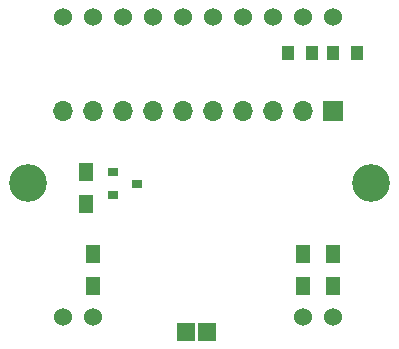
<source format=gbr>
G04 #@! TF.FileFunction,Soldermask,Top*
%FSLAX46Y46*%
G04 Gerber Fmt 4.6, Leading zero omitted, Abs format (unit mm)*
G04 Created by KiCad (PCBNEW 4.0.7) date 01/27/18 18:52:57*
%MOMM*%
%LPD*%
G01*
G04 APERTURE LIST*
%ADD10C,0.076200*%
%ADD11C,1.524000*%
%ADD12C,3.200000*%
%ADD13R,1.000000X1.250000*%
%ADD14R,1.524000X1.524000*%
%ADD15R,1.300000X1.500000*%
%ADD16R,1.700000X1.700000*%
%ADD17O,1.700000X1.700000*%
%ADD18R,0.900000X0.800000*%
G04 APERTURE END LIST*
D10*
D11*
X139970000Y-116400000D03*
X162830000Y-91000000D03*
X160290000Y-91000000D03*
X157750000Y-91000000D03*
X155210000Y-91000000D03*
X152670000Y-91000000D03*
X150130000Y-91000000D03*
X147590000Y-91000000D03*
X145050000Y-91000000D03*
X142510000Y-91000000D03*
X139970000Y-91000000D03*
X142510000Y-116400000D03*
X160290000Y-116400000D03*
X162830000Y-116400000D03*
D12*
X166000000Y-105000000D03*
D13*
X160969200Y-93992700D03*
X158969200Y-93992700D03*
X162830000Y-93980000D03*
X164830000Y-93980000D03*
D12*
X137000000Y-105000000D03*
D14*
X150368000Y-117602000D03*
X152146000Y-117602000D03*
D15*
X141884400Y-106823500D03*
X141884400Y-104123500D03*
X162814000Y-111019600D03*
X162814000Y-113719600D03*
X142506700Y-111032300D03*
X142506700Y-113732300D03*
D16*
X162814000Y-98933000D03*
D17*
X160274000Y-98933000D03*
X157734000Y-98933000D03*
X155194000Y-98933000D03*
X152654000Y-98933000D03*
X150114000Y-98933000D03*
X147574000Y-98933000D03*
X145034000Y-98933000D03*
X142494000Y-98933000D03*
X139954000Y-98933000D03*
D18*
X144186400Y-104117100D03*
X144186400Y-106017100D03*
X146186400Y-105067100D03*
D15*
X160274000Y-111032300D03*
X160274000Y-113732300D03*
M02*

</source>
